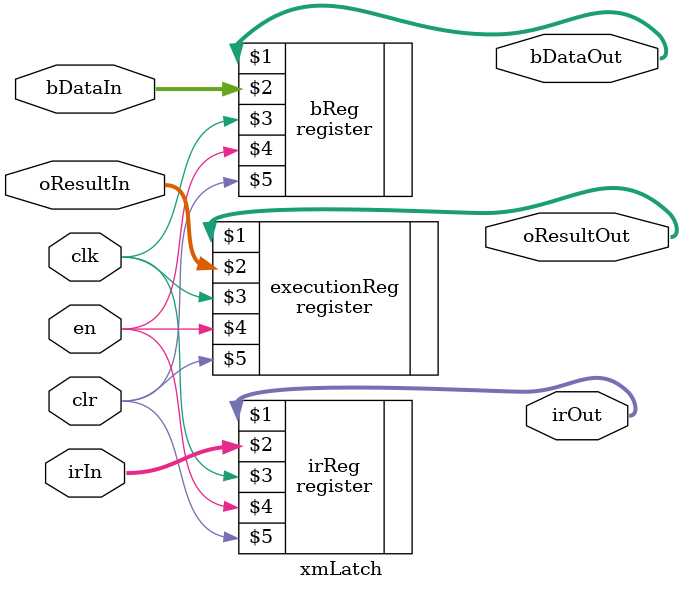
<source format=v>
module xmLatch(clk, en, clr, oResultIn, bDataIn, irIn, oResultOut, bDataOut, irOut);

	input clk, en, clr;
	input[31:0] oResultIn, bDataIn, irIn;
	output[31:0] oResultOut, bDataOut, irOut;
	
	register	executionReg(oResultOut, oResultIn, clk, en, clr);
	register	bReg(bDataOut, bDataIn, clk, en, clr);
	register	irReg(irOut, irIn, clk, en, clr);

endmodule
</source>
